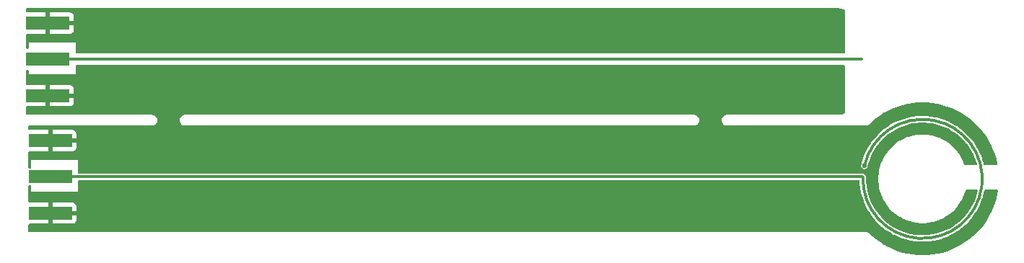
<source format=gbr>
%TF.GenerationSoftware,KiCad,Pcbnew,9.0.0*%
%TF.CreationDate,2025-03-22T15:43:37+01:00*%
%TF.ProjectId,Near-Field Probes,4e656172-2d46-4696-956c-642050726f62,1.0*%
%TF.SameCoordinates,Original*%
%TF.FileFunction,Copper,L1,Top*%
%TF.FilePolarity,Positive*%
%FSLAX46Y46*%
G04 Gerber Fmt 4.6, Leading zero omitted, Abs format (unit mm)*
G04 Created by KiCad (PCBNEW 9.0.0) date 2025-03-22 15:43:37*
%MOMM*%
%LPD*%
G01*
G04 APERTURE LIST*
%TA.AperFunction,Conductor*%
%ADD10C,0.355542*%
%TD*%
%TA.AperFunction,SMDPad,CuDef*%
%ADD11R,5.080000X1.500000*%
%TD*%
%TA.AperFunction,ViaPad*%
%ADD12C,0.600000*%
%TD*%
G04 APERTURE END LIST*
D10*
%TO.N,/E_SIGNAL*%
X148247422Y-115360598D02*
G75*
G02*
X148082930Y-116650000I6831478J-1526702D01*
G01*
%TD*%
D11*
%TO.P,J2,1,In*%
%TO.N,/E_SIGNAL*%
X52762500Y-116650000D03*
%TO.P,J2,2,Ext*%
%TO.N,GND*%
X52762500Y-120900000D03*
X52762500Y-112400000D03*
%TD*%
%TO.P,J1,1,In*%
%TO.N,/E_SIGNAL*%
X52462500Y-102850000D03*
%TO.P,J1,2,Ext*%
%TO.N,GND*%
X52462500Y-107100000D03*
X52462500Y-98600000D03*
%TD*%
D12*
%TO.N,GND*%
X108000000Y-118000000D03*
X149870173Y-122701820D03*
X159244453Y-112350197D03*
X61700000Y-104200000D03*
X78700000Y-104200000D03*
X153918912Y-109167588D03*
X83700000Y-101600000D03*
X160241916Y-113528669D03*
X104000000Y-115400000D03*
X78000000Y-115400000D03*
X82700000Y-101600000D03*
X152376416Y-124210967D03*
X114000000Y-115400000D03*
X150812307Y-112445080D03*
X132000000Y-118000000D03*
X155009596Y-110728377D03*
X125000000Y-118000000D03*
X69000000Y-118000000D03*
X99000000Y-118000000D03*
X160681168Y-119446934D03*
X98000000Y-115400000D03*
X150913347Y-121424403D03*
X102700000Y-104200000D03*
X57000000Y-115400000D03*
X104000000Y-118000000D03*
X60000000Y-115400000D03*
X62700000Y-101600000D03*
X74700000Y-104200000D03*
X88000000Y-118000000D03*
X95000000Y-115400000D03*
X100000000Y-115400000D03*
X140000000Y-115400000D03*
X105000000Y-115400000D03*
X160622152Y-114202250D03*
X135000000Y-115400000D03*
X148936482Y-117343189D03*
X159814416Y-123093304D03*
X85000000Y-115400000D03*
X77700000Y-101600000D03*
X137000000Y-115400000D03*
X122700000Y-101600000D03*
X105700000Y-104200000D03*
X148391357Y-112860361D03*
X63000000Y-115400000D03*
X103000000Y-118000000D03*
X144000000Y-118000000D03*
X94700000Y-101600000D03*
X140000000Y-118000000D03*
X117700000Y-101600000D03*
X104700000Y-104200000D03*
X125700000Y-104200000D03*
X95700000Y-104200000D03*
X160287639Y-111072780D03*
X58000000Y-118000000D03*
X111700000Y-101600000D03*
X66000000Y-115400000D03*
X106700000Y-104200000D03*
X136700000Y-104200000D03*
X123000000Y-115400000D03*
X67000000Y-118000000D03*
X160975319Y-111771456D03*
X91700000Y-104200000D03*
X70000000Y-118000000D03*
X123700000Y-104200000D03*
X57700000Y-104200000D03*
X147000000Y-115400000D03*
X105000000Y-118000000D03*
X108700000Y-104200000D03*
X161570009Y-112550813D03*
X142700000Y-101600000D03*
X111700000Y-104200000D03*
X158642956Y-111863891D03*
X147000000Y-118000000D03*
X70700000Y-104200000D03*
X89000000Y-115400000D03*
X149841614Y-113645699D03*
X131000000Y-118000000D03*
X128000000Y-118000000D03*
X78700000Y-101600000D03*
X98700000Y-101600000D03*
X102700000Y-101600000D03*
X151514844Y-121910709D03*
X162062331Y-113398558D03*
X101000000Y-115400000D03*
X148095481Y-120376042D03*
X86000000Y-118000000D03*
X147713292Y-119473277D03*
X144700000Y-104200000D03*
X117000000Y-118000000D03*
X65000000Y-118000000D03*
X130700000Y-104200000D03*
X131287500Y-110000000D03*
X117700000Y-104200000D03*
X74000000Y-115400000D03*
X155262216Y-124691526D03*
X156543435Y-110904636D03*
X72700000Y-101600000D03*
X129000000Y-115400000D03*
X75700000Y-101600000D03*
X63000000Y-118000000D03*
X123700000Y-101600000D03*
X143000000Y-118000000D03*
X158677985Y-109960094D03*
X114700000Y-104200000D03*
X143700000Y-101600000D03*
X63700000Y-104200000D03*
X110000000Y-115400000D03*
X108700000Y-101600000D03*
X107000000Y-118000000D03*
X136700000Y-101600000D03*
X131700000Y-104200000D03*
X87000000Y-118000000D03*
X152172548Y-122317793D03*
X158106715Y-122251018D03*
X141700000Y-101600000D03*
X93700000Y-101600000D03*
X122000000Y-115400000D03*
X121000000Y-115400000D03*
X58000000Y-115400000D03*
X122700000Y-104200000D03*
X126700000Y-101600000D03*
X81700000Y-101600000D03*
X91000000Y-118000000D03*
X160957800Y-118724600D03*
X92700000Y-101600000D03*
X98000000Y-118000000D03*
X151158555Y-110136715D03*
X114700000Y-101600000D03*
X65700000Y-104200000D03*
X138000000Y-118000000D03*
X161209012Y-121720658D03*
X148587803Y-121223787D03*
X118000000Y-118000000D03*
X159868608Y-120759746D03*
X66300000Y-110000000D03*
X86700000Y-101600000D03*
X133000000Y-118000000D03*
X119000000Y-118000000D03*
X85700000Y-101600000D03*
X130000000Y-118000000D03*
X78000000Y-118000000D03*
X124700000Y-104200000D03*
X150377544Y-120866545D03*
X73700000Y-101600000D03*
X134000000Y-115400000D03*
X64000000Y-115400000D03*
X120000000Y-115400000D03*
X126000000Y-115400000D03*
X157410588Y-122588209D03*
X64700000Y-101600000D03*
X59700000Y-104200000D03*
X141700000Y-104200000D03*
X162557812Y-119124600D03*
X81000000Y-115400000D03*
X79700000Y-101600000D03*
X89700000Y-104200000D03*
X153480112Y-110939106D03*
X82700000Y-104200000D03*
X66000000Y-118000000D03*
X81000000Y-118000000D03*
X162218431Y-120044314D03*
X125700000Y-101600000D03*
X112000000Y-115400000D03*
X67000000Y-110000000D03*
X96000000Y-115400000D03*
X103000000Y-115400000D03*
X116000000Y-115400000D03*
X113700000Y-101600000D03*
X90700000Y-104200000D03*
X65700000Y-101600000D03*
X56700000Y-101600000D03*
X85700000Y-104200000D03*
X142700000Y-104200000D03*
X102000000Y-118000000D03*
X124700000Y-101600000D03*
X120700000Y-104200000D03*
X105700000Y-101600000D03*
X151402708Y-111945362D03*
X118700000Y-101600000D03*
X129887500Y-110000000D03*
X112700000Y-104200000D03*
X115000000Y-115400000D03*
X128000000Y-115400000D03*
X106000000Y-118000000D03*
X81700000Y-104200000D03*
X60700000Y-104200000D03*
X73000000Y-115400000D03*
X108000000Y-115400000D03*
X94000000Y-118000000D03*
X157985252Y-111456807D03*
X83700000Y-104200000D03*
X90700000Y-101600000D03*
X95700000Y-101600000D03*
X158999257Y-123637885D03*
X130700000Y-101600000D03*
X154282642Y-124652962D03*
X95000000Y-118000000D03*
X97700000Y-101600000D03*
X67000000Y-115400000D03*
X68000000Y-115400000D03*
X135000000Y-118000000D03*
X133700000Y-101600000D03*
X99000000Y-115400000D03*
X69700000Y-104200000D03*
X152051085Y-111523582D03*
X86000000Y-115400000D03*
X131000000Y-115400000D03*
X130000000Y-115400000D03*
X162444520Y-114301323D03*
X135700000Y-104200000D03*
X76000000Y-115400000D03*
X127000000Y-118000000D03*
X155875170Y-109121638D03*
X152876086Y-122639234D03*
X156842187Y-109282671D03*
X155148204Y-123046223D03*
X149476632Y-114327666D03*
X146000000Y-118000000D03*
X91000000Y-115400000D03*
X88700000Y-101600000D03*
X128700000Y-104200000D03*
X142000000Y-115400000D03*
X138000000Y-115400000D03*
X154375740Y-123006344D03*
X71000000Y-115400000D03*
X127000000Y-115400000D03*
X84000000Y-115400000D03*
X121000000Y-118000000D03*
X123000000Y-118000000D03*
X61700000Y-101600000D03*
X62000000Y-118000000D03*
X83000000Y-118000000D03*
X119700000Y-104200000D03*
X109000000Y-115400000D03*
X75000000Y-115400000D03*
X158755092Y-121829238D03*
X157281714Y-111135366D03*
X152960523Y-109373846D03*
X129000000Y-118000000D03*
X102000000Y-115400000D03*
X133700000Y-104200000D03*
X152747212Y-111186391D03*
X65600000Y-110000000D03*
X107700000Y-104200000D03*
X60000000Y-118000000D03*
X75000000Y-118000000D03*
X87700000Y-104200000D03*
X144700000Y-101600000D03*
X69700000Y-101600000D03*
X83000000Y-115400000D03*
X99700000Y-101600000D03*
X160914968Y-114918176D03*
X73000000Y-118000000D03*
X100700000Y-101600000D03*
X67700000Y-101600000D03*
X144000000Y-115400000D03*
X79000000Y-115400000D03*
X143700000Y-104200000D03*
X94000000Y-115400000D03*
X64000000Y-118000000D03*
X157781396Y-109563633D03*
X76000000Y-118000000D03*
X159345493Y-121329520D03*
X97000000Y-118000000D03*
X88700000Y-104200000D03*
X115700000Y-101600000D03*
X128700000Y-101600000D03*
X115700000Y-104200000D03*
X121700000Y-104200000D03*
X63700000Y-101600000D03*
X150343396Y-110681296D03*
X77000000Y-118000000D03*
X66700000Y-101600000D03*
X141000000Y-118000000D03*
X135700000Y-101600000D03*
X109700000Y-104200000D03*
X125000000Y-115400000D03*
X94700000Y-104200000D03*
X112700000Y-101600000D03*
X68700000Y-101600000D03*
X150639998Y-123308799D03*
X96000000Y-118000000D03*
X120700000Y-101600000D03*
X116700000Y-101600000D03*
X133000000Y-115400000D03*
X149042055Y-118109443D03*
X147600000Y-114650000D03*
X87000000Y-115400000D03*
X86700000Y-104200000D03*
X110000000Y-118000000D03*
X70000000Y-115400000D03*
X101000000Y-118000000D03*
X71700000Y-104200000D03*
X67700000Y-110000000D03*
X145000000Y-118000000D03*
X57700000Y-101600000D03*
X129187500Y-110000000D03*
X127700000Y-101600000D03*
X65000000Y-115400000D03*
X106700000Y-101600000D03*
X132000000Y-115400000D03*
X129700000Y-101600000D03*
X107000000Y-115400000D03*
X118000000Y-115400000D03*
X110700000Y-101600000D03*
X98700000Y-104200000D03*
X74000000Y-118000000D03*
X101700000Y-101600000D03*
X96700000Y-101600000D03*
X61000000Y-115400000D03*
X149535648Y-119572350D03*
X56700000Y-104200000D03*
X110700000Y-104200000D03*
X72000000Y-115400000D03*
X80700000Y-104200000D03*
X80700000Y-101600000D03*
X131700000Y-101600000D03*
X148948800Y-112053942D03*
X71000000Y-118000000D03*
X116000000Y-118000000D03*
X119000000Y-115400000D03*
X57000000Y-118000000D03*
X143000000Y-115400000D03*
X158122271Y-124076005D03*
X136000000Y-118000000D03*
X156677688Y-122835494D03*
X87700000Y-101600000D03*
X100000000Y-118000000D03*
X72000000Y-118000000D03*
X84000000Y-118000000D03*
X149242832Y-118856424D03*
X114000000Y-118000000D03*
X117000000Y-115400000D03*
X149016082Y-115801309D03*
X148247422Y-115360601D03*
X159517814Y-110465801D03*
X103700000Y-101600000D03*
X76700000Y-104200000D03*
X137000000Y-118000000D03*
X154895596Y-109083074D03*
X67700000Y-104200000D03*
X76700000Y-101600000D03*
X149915884Y-120245931D03*
X139000000Y-115400000D03*
X145000000Y-115400000D03*
X138700000Y-104200000D03*
X111000000Y-115400000D03*
X75700000Y-104200000D03*
X59000000Y-118000000D03*
X139000000Y-118000000D03*
X122000000Y-118000000D03*
X92000000Y-115400000D03*
X139700000Y-101600000D03*
X152035541Y-109698595D03*
X60700000Y-101600000D03*
X91700000Y-101600000D03*
X112000000Y-118000000D03*
X92000000Y-118000000D03*
X154238225Y-110785628D03*
X74700000Y-101600000D03*
X115000000Y-118000000D03*
X159780256Y-112908055D03*
X126000000Y-118000000D03*
X124000000Y-118000000D03*
X137700000Y-104200000D03*
X132700000Y-104200000D03*
X149182493Y-122003144D03*
X118700000Y-104200000D03*
X109000000Y-118000000D03*
X149602918Y-111323749D03*
X109700000Y-101600000D03*
X160554894Y-122450851D03*
X99700000Y-104200000D03*
X134000000Y-118000000D03*
X129700000Y-104200000D03*
X79700000Y-104200000D03*
X147939381Y-113730286D03*
X100700000Y-104200000D03*
X101700000Y-104200000D03*
X140700000Y-101600000D03*
X77000000Y-115400000D03*
X126700000Y-104200000D03*
X113700000Y-104200000D03*
X80000000Y-115400000D03*
X149200000Y-115050000D03*
X82000000Y-115400000D03*
X97700000Y-104200000D03*
X120000000Y-118000000D03*
X58700000Y-104200000D03*
X84700000Y-101600000D03*
X103700000Y-104200000D03*
X151479827Y-123814506D03*
X148927779Y-116569745D03*
X90000000Y-115400000D03*
X62700000Y-104200000D03*
X132700000Y-101600000D03*
X62000000Y-115400000D03*
X130587500Y-110000000D03*
X119700000Y-101600000D03*
X139700000Y-104200000D03*
X134700000Y-104200000D03*
X161766455Y-120914239D03*
X89000000Y-118000000D03*
X79000000Y-118000000D03*
X66700000Y-104200000D03*
X93000000Y-118000000D03*
X155782060Y-110768256D03*
X116700000Y-104200000D03*
X88000000Y-115400000D03*
X59700000Y-101600000D03*
X142000000Y-118000000D03*
X127700000Y-104200000D03*
X82000000Y-118000000D03*
X93000000Y-115400000D03*
X58700000Y-101600000D03*
X71700000Y-101600000D03*
X72700000Y-104200000D03*
X68700000Y-104200000D03*
X92700000Y-104200000D03*
X138700000Y-101600000D03*
X136000000Y-115400000D03*
X121700000Y-101600000D03*
X140700000Y-104200000D03*
X96700000Y-104200000D03*
X68000000Y-118000000D03*
X111000000Y-118000000D03*
X89700000Y-101600000D03*
X80000000Y-118000000D03*
X106000000Y-115400000D03*
X97000000Y-115400000D03*
X153315625Y-124491929D03*
X155919575Y-122988972D03*
X84700000Y-104200000D03*
X137700000Y-101600000D03*
X157197289Y-124400754D03*
X107700000Y-101600000D03*
X156238900Y-124607012D03*
X134700000Y-101600000D03*
X150289192Y-113014854D03*
X141000000Y-115400000D03*
X61000000Y-118000000D03*
X85000000Y-118000000D03*
X113000000Y-115400000D03*
X124000000Y-115400000D03*
X73700000Y-104200000D03*
X90000000Y-118000000D03*
X59000000Y-115400000D03*
X93700000Y-104200000D03*
X64700000Y-104200000D03*
X77700000Y-104200000D03*
X146000000Y-115400000D03*
X113000000Y-118000000D03*
X70700000Y-101600000D03*
X104700000Y-101600000D03*
X160316186Y-120128901D03*
X69000000Y-115400000D03*
X153614365Y-122869964D03*
%TD*%
D10*
%TO.N,/E_SIGNAL*%
X52462500Y-102850000D02*
X147950000Y-102850000D01*
X52762500Y-116650000D02*
X148000000Y-116650000D01*
%TD*%
%TA.AperFunction,Conductor*%
%TO.N,GND*%
G36*
X145893039Y-103547956D02*
G01*
X145938794Y-103600760D01*
X145950000Y-103652271D01*
X145950000Y-109107476D01*
X145930315Y-109174515D01*
X145877511Y-109220270D01*
X145852865Y-109228531D01*
X145531530Y-109299843D01*
X145520866Y-109301725D01*
X145116083Y-109355069D01*
X145105296Y-109356014D01*
X144883668Y-109365699D01*
X144694137Y-109373982D01*
X144689917Y-109374094D01*
X144689281Y-109374100D01*
X144652096Y-109374100D01*
X144651228Y-109374459D01*
X144638623Y-109374578D01*
X144638337Y-109374497D01*
X144637452Y-109374584D01*
X132139975Y-109374500D01*
X132139883Y-109374500D01*
X132139882Y-109374500D01*
X132100000Y-109374500D01*
X132025568Y-109374500D01*
X131989943Y-109383280D01*
X131881032Y-109410125D01*
X131749220Y-109479305D01*
X131637792Y-109578020D01*
X131553230Y-109700530D01*
X131500440Y-109839722D01*
X131482498Y-109987500D01*
X131500440Y-110135277D01*
X131553230Y-110274469D01*
X131561484Y-110286427D01*
X131637793Y-110396980D01*
X131749219Y-110495694D01*
X131881031Y-110564874D01*
X132025568Y-110600500D01*
X132025569Y-110600500D01*
X132060118Y-110600500D01*
X145950000Y-110600500D01*
X145950000Y-111600000D01*
X55802267Y-111600000D01*
X55796098Y-111542627D01*
X55796096Y-111542620D01*
X55745854Y-111407913D01*
X55745850Y-111407906D01*
X55659690Y-111292812D01*
X55659687Y-111292809D01*
X55544593Y-111206649D01*
X55544586Y-111206645D01*
X55409879Y-111156403D01*
X55409872Y-111156401D01*
X55350344Y-111150000D01*
X53012500Y-111150000D01*
X53012500Y-111600000D01*
X52512500Y-111600000D01*
X52512500Y-111150000D01*
X50299100Y-111150000D01*
X50232061Y-111130315D01*
X50186306Y-111077511D01*
X50175100Y-111026000D01*
X50175100Y-110724500D01*
X50194785Y-110657461D01*
X50247589Y-110611706D01*
X50299100Y-110600500D01*
X64647618Y-110600500D01*
X64687500Y-110600500D01*
X64696930Y-110600500D01*
X64761224Y-110600575D01*
X64761224Y-110600574D01*
X64761228Y-110600575D01*
X64904481Y-110565621D01*
X65035365Y-110497704D01*
X65146418Y-110400697D01*
X65231310Y-110280129D01*
X65285202Y-110142874D01*
X65305021Y-109996757D01*
X65304050Y-109987500D01*
X67894998Y-109987500D01*
X67912940Y-110135277D01*
X67965730Y-110274469D01*
X67973984Y-110286427D01*
X68050293Y-110396980D01*
X68161719Y-110495694D01*
X68293531Y-110564874D01*
X68438068Y-110600500D01*
X68472618Y-110600500D01*
X128235118Y-110600500D01*
X128275000Y-110600500D01*
X128284430Y-110600500D01*
X128348724Y-110600575D01*
X128348724Y-110600574D01*
X128348728Y-110600575D01*
X128491981Y-110565621D01*
X128622865Y-110497704D01*
X128733918Y-110400697D01*
X128818810Y-110280129D01*
X128872702Y-110142874D01*
X128892521Y-109996757D01*
X128877138Y-109850105D01*
X128827429Y-109711281D01*
X128746229Y-109588197D01*
X128638165Y-109487869D01*
X128509399Y-109416018D01*
X128488075Y-109410125D01*
X128367273Y-109376740D01*
X128367263Y-109376739D01*
X128344097Y-109376064D01*
X128344088Y-109376064D01*
X128343490Y-109376046D01*
X128330161Y-109375656D01*
X128327368Y-109374500D01*
X128290601Y-109374500D01*
X128288789Y-109374447D01*
X128288782Y-109374444D01*
X128288657Y-109374443D01*
X128251099Y-109373304D01*
X128236734Y-109374500D01*
X68552382Y-109374500D01*
X68512500Y-109374500D01*
X68438068Y-109374500D01*
X68402443Y-109383280D01*
X68293532Y-109410125D01*
X68161720Y-109479305D01*
X68050292Y-109578020D01*
X67965730Y-109700530D01*
X67912940Y-109839722D01*
X67894998Y-109987500D01*
X65304050Y-109987500D01*
X65289638Y-109850105D01*
X65239929Y-109711281D01*
X65158729Y-109588197D01*
X65050665Y-109487869D01*
X64921899Y-109416018D01*
X64900575Y-109410125D01*
X64779772Y-109376740D01*
X64779764Y-109376739D01*
X64756619Y-109376065D01*
X64756612Y-109376065D01*
X64754694Y-109376009D01*
X64742678Y-109375657D01*
X64739887Y-109374501D01*
X64703101Y-109374500D01*
X64701289Y-109374447D01*
X64701282Y-109374444D01*
X64701157Y-109374443D01*
X64663601Y-109373304D01*
X64649245Y-109374497D01*
X49999097Y-109374108D01*
X49932058Y-109354422D01*
X49886304Y-109301616D01*
X49875100Y-109250108D01*
X49875100Y-108474000D01*
X49894785Y-108406961D01*
X49947589Y-108361206D01*
X49999100Y-108350000D01*
X52212500Y-108350000D01*
X52712500Y-108350000D01*
X55050328Y-108350000D01*
X55050344Y-108349999D01*
X55109872Y-108343598D01*
X55109879Y-108343596D01*
X55244586Y-108293354D01*
X55244593Y-108293350D01*
X55359687Y-108207190D01*
X55359690Y-108207187D01*
X55445850Y-108092093D01*
X55445854Y-108092086D01*
X55496096Y-107957379D01*
X55496098Y-107957372D01*
X55502499Y-107897844D01*
X55502500Y-107897827D01*
X55502500Y-107350000D01*
X52712500Y-107350000D01*
X52712500Y-108350000D01*
X52212500Y-108350000D01*
X52212500Y-106850000D01*
X52712500Y-106850000D01*
X55502500Y-106850000D01*
X55502500Y-106302172D01*
X55502499Y-106302155D01*
X55496098Y-106242627D01*
X55496096Y-106242620D01*
X55445854Y-106107913D01*
X55445850Y-106107906D01*
X55359690Y-105992812D01*
X55359687Y-105992809D01*
X55244593Y-105906649D01*
X55244586Y-105906645D01*
X55109879Y-105856403D01*
X55109872Y-105856401D01*
X55050344Y-105850000D01*
X52712500Y-105850000D01*
X52712500Y-106850000D01*
X52212500Y-106850000D01*
X52212500Y-105850000D01*
X49999100Y-105850000D01*
X49932061Y-105830315D01*
X49886306Y-105777511D01*
X49875100Y-105726000D01*
X49875100Y-104224499D01*
X49877650Y-104215813D01*
X49876362Y-104206852D01*
X49887340Y-104182811D01*
X49894785Y-104157460D01*
X49901625Y-104151532D01*
X49905387Y-104143296D01*
X49927621Y-104129006D01*
X49947589Y-104111705D01*
X49958103Y-104109417D01*
X49964165Y-104105522D01*
X49999100Y-104100499D01*
X50076000Y-104100499D01*
X50143039Y-104120184D01*
X50188794Y-104172988D01*
X50200000Y-104224499D01*
X50200000Y-104600000D01*
X55700000Y-104600000D01*
X55700000Y-103652271D01*
X55719685Y-103585232D01*
X55772489Y-103539477D01*
X55824000Y-103528271D01*
X145826000Y-103528271D01*
X145893039Y-103547956D01*
G37*
%TD.AperFunction*%
%TA.AperFunction,Conductor*%
G36*
X144689951Y-96800617D02*
G01*
X145100821Y-96818582D01*
X145111607Y-96819527D01*
X145516652Y-96872937D01*
X145527301Y-96874818D01*
X145852882Y-96947116D01*
X145914059Y-96980865D01*
X145947279Y-97042332D01*
X145950000Y-97068167D01*
X145950000Y-102047729D01*
X145930315Y-102114768D01*
X145877511Y-102160523D01*
X145826000Y-102171729D01*
X55824000Y-102171729D01*
X55756961Y-102152044D01*
X55711206Y-102099240D01*
X55700000Y-102047729D01*
X55700000Y-100850000D01*
X50200000Y-100850000D01*
X50200000Y-101475500D01*
X50197449Y-101484185D01*
X50198738Y-101493147D01*
X50187759Y-101517187D01*
X50180315Y-101542539D01*
X50173474Y-101548466D01*
X50169713Y-101556703D01*
X50147478Y-101570992D01*
X50127511Y-101588294D01*
X50116996Y-101590581D01*
X50110935Y-101594477D01*
X50076000Y-101599500D01*
X49999100Y-101599500D01*
X49932061Y-101579815D01*
X49886306Y-101527011D01*
X49875100Y-101475500D01*
X49875100Y-99974000D01*
X49894785Y-99906961D01*
X49947589Y-99861206D01*
X49999100Y-99850000D01*
X52212500Y-99850000D01*
X52712500Y-99850000D01*
X55050328Y-99850000D01*
X55050344Y-99849999D01*
X55109872Y-99843598D01*
X55109879Y-99843596D01*
X55244586Y-99793354D01*
X55244593Y-99793350D01*
X55359687Y-99707190D01*
X55359690Y-99707187D01*
X55445850Y-99592093D01*
X55445854Y-99592086D01*
X55496096Y-99457379D01*
X55496098Y-99457372D01*
X55502499Y-99397844D01*
X55502500Y-99397827D01*
X55502500Y-98850000D01*
X52712500Y-98850000D01*
X52712500Y-99850000D01*
X52212500Y-99850000D01*
X52212500Y-98350000D01*
X52712500Y-98350000D01*
X55502500Y-98350000D01*
X55502500Y-97802172D01*
X55502499Y-97802155D01*
X55496098Y-97742627D01*
X55496096Y-97742620D01*
X55445854Y-97607913D01*
X55445850Y-97607906D01*
X55359690Y-97492812D01*
X55359687Y-97492809D01*
X55244593Y-97406649D01*
X55244586Y-97406645D01*
X55109879Y-97356403D01*
X55109872Y-97356401D01*
X55050344Y-97350000D01*
X52712500Y-97350000D01*
X52712500Y-98350000D01*
X52212500Y-98350000D01*
X52212500Y-97350000D01*
X49999100Y-97350000D01*
X49932061Y-97330315D01*
X49886306Y-97277511D01*
X49875100Y-97226000D01*
X49875100Y-96924500D01*
X49894785Y-96857461D01*
X49947589Y-96811706D01*
X49999100Y-96800500D01*
X144647371Y-96800500D01*
X144684536Y-96800500D01*
X144689951Y-96800617D01*
G37*
%TD.AperFunction*%
%TD*%
%TA.AperFunction,Conductor*%
%TO.N,GND*%
G36*
X147648363Y-117047956D02*
G01*
X147694118Y-117100760D01*
X147697226Y-117113827D01*
X147782697Y-123174100D01*
X50299100Y-123174100D01*
X50232061Y-123154415D01*
X50186306Y-123101611D01*
X50175100Y-123050100D01*
X50175100Y-122274000D01*
X50194785Y-122206961D01*
X50247589Y-122161206D01*
X50299100Y-122150000D01*
X52512500Y-122150000D01*
X53012500Y-122150000D01*
X55350328Y-122150000D01*
X55350344Y-122149999D01*
X55409872Y-122143598D01*
X55409879Y-122143596D01*
X55544586Y-122093354D01*
X55544593Y-122093350D01*
X55659687Y-122007190D01*
X55659690Y-122007187D01*
X55745850Y-121892093D01*
X55745854Y-121892086D01*
X55796096Y-121757379D01*
X55796098Y-121757372D01*
X55802499Y-121697844D01*
X55802500Y-121697827D01*
X55802500Y-121150000D01*
X53012500Y-121150000D01*
X53012500Y-122150000D01*
X52512500Y-122150000D01*
X52512500Y-120650000D01*
X53012500Y-120650000D01*
X55802500Y-120650000D01*
X55802500Y-120102172D01*
X55802499Y-120102155D01*
X55796098Y-120042627D01*
X55796096Y-120042620D01*
X55745854Y-119907913D01*
X55745850Y-119907906D01*
X55659690Y-119792812D01*
X55659687Y-119792809D01*
X55544593Y-119706649D01*
X55544586Y-119706645D01*
X55409879Y-119656403D01*
X55409872Y-119656401D01*
X55350344Y-119650000D01*
X53012500Y-119650000D01*
X53012500Y-120650000D01*
X52512500Y-120650000D01*
X52512500Y-119650000D01*
X50299100Y-119650000D01*
X50232061Y-119630315D01*
X50186306Y-119577511D01*
X50175100Y-119526000D01*
X50175100Y-117724500D01*
X50177650Y-117715814D01*
X50176362Y-117706853D01*
X50187340Y-117682812D01*
X50194785Y-117657461D01*
X50201625Y-117651533D01*
X50205387Y-117643297D01*
X50227621Y-117629007D01*
X50247589Y-117611706D01*
X50258103Y-117609418D01*
X50264165Y-117605523D01*
X50299100Y-117600500D01*
X50376000Y-117600500D01*
X50443039Y-117620185D01*
X50488794Y-117672989D01*
X50500000Y-117724500D01*
X50500000Y-118400000D01*
X56000000Y-118400000D01*
X56000000Y-117152271D01*
X56019685Y-117085232D01*
X56072489Y-117039477D01*
X56124000Y-117028271D01*
X147581324Y-117028271D01*
X147648363Y-117047956D01*
G37*
%TD.AperFunction*%
%TA.AperFunction,Conductor*%
G36*
X68044167Y-110388106D02*
G01*
X68050293Y-110396980D01*
X68161719Y-110495694D01*
X68293531Y-110564874D01*
X68438068Y-110600500D01*
X68472618Y-110600500D01*
X128235118Y-110600500D01*
X128275000Y-110600500D01*
X128284430Y-110600500D01*
X128348724Y-110600575D01*
X128348724Y-110600574D01*
X128348728Y-110600575D01*
X128491981Y-110565621D01*
X128622865Y-110497704D01*
X128733918Y-110400697D01*
X128742784Y-110388106D01*
X128762490Y-110360118D01*
X128787216Y-110325000D01*
X131588109Y-110325000D01*
X131631667Y-110388106D01*
X131637793Y-110396980D01*
X131749219Y-110495694D01*
X131881031Y-110564874D01*
X132025568Y-110600500D01*
X132060118Y-110600500D01*
X147605366Y-110600500D01*
X147685350Y-116271729D01*
X56124000Y-116271729D01*
X56056961Y-116252044D01*
X56011206Y-116199240D01*
X56000000Y-116147729D01*
X56000000Y-114650000D01*
X50500000Y-114650000D01*
X50500000Y-115575500D01*
X50497449Y-115584185D01*
X50498738Y-115593147D01*
X50487759Y-115617187D01*
X50480315Y-115642539D01*
X50473474Y-115648466D01*
X50469713Y-115656703D01*
X50447478Y-115670992D01*
X50427511Y-115688294D01*
X50416996Y-115690581D01*
X50410935Y-115694477D01*
X50376000Y-115699500D01*
X50299100Y-115699500D01*
X50232061Y-115679815D01*
X50186306Y-115627011D01*
X50175100Y-115575500D01*
X50175100Y-113774000D01*
X50194785Y-113706961D01*
X50247589Y-113661206D01*
X50299100Y-113650000D01*
X52512500Y-113650000D01*
X53012500Y-113650000D01*
X55350328Y-113650000D01*
X55350344Y-113649999D01*
X55409872Y-113643598D01*
X55409879Y-113643596D01*
X55544586Y-113593354D01*
X55544593Y-113593350D01*
X55659687Y-113507190D01*
X55659690Y-113507187D01*
X55745850Y-113392093D01*
X55745854Y-113392086D01*
X55796096Y-113257379D01*
X55796098Y-113257372D01*
X55802499Y-113197844D01*
X55802500Y-113197827D01*
X55802500Y-112650000D01*
X53012500Y-112650000D01*
X53012500Y-113650000D01*
X52512500Y-113650000D01*
X52512500Y-112150000D01*
X53012500Y-112150000D01*
X55802500Y-112150000D01*
X55802500Y-111602172D01*
X55802499Y-111602155D01*
X55796098Y-111542627D01*
X55796096Y-111542620D01*
X55745854Y-111407913D01*
X55745850Y-111407906D01*
X55659690Y-111292812D01*
X55659687Y-111292809D01*
X55544593Y-111206649D01*
X55544586Y-111206645D01*
X55409879Y-111156403D01*
X55409872Y-111156401D01*
X55350344Y-111150000D01*
X53012500Y-111150000D01*
X53012500Y-112150000D01*
X52512500Y-112150000D01*
X52512500Y-111150000D01*
X50299100Y-111150000D01*
X50232061Y-111130315D01*
X50186306Y-111077511D01*
X50175100Y-111026000D01*
X50175100Y-110724500D01*
X50194785Y-110657461D01*
X50247589Y-110611706D01*
X50299100Y-110600500D01*
X64647618Y-110600500D01*
X64687500Y-110600500D01*
X64696930Y-110600500D01*
X64761224Y-110600575D01*
X64761224Y-110600574D01*
X64761228Y-110600575D01*
X64904481Y-110565621D01*
X65035365Y-110497704D01*
X65146418Y-110400697D01*
X65155284Y-110388106D01*
X65174990Y-110360118D01*
X65199716Y-110325000D01*
X68000609Y-110325000D01*
X68044167Y-110388106D01*
G37*
%TD.AperFunction*%
%TD*%
%TA.AperFunction,Conductor*%
%TO.N,GND*%
G36*
X147705231Y-117147476D02*
G01*
X147716562Y-117440300D01*
X147716563Y-117440318D01*
X147776056Y-117972797D01*
X147874005Y-118499542D01*
X148009906Y-119017828D01*
X148155155Y-119443236D01*
X148183027Y-119524867D01*
X148286281Y-119767995D01*
X148346988Y-119910940D01*
X148392467Y-120018026D01*
X148637121Y-120494697D01*
X148912454Y-120947037D01*
X148915706Y-120952379D01*
X148915707Y-120952381D01*
X149226726Y-121388620D01*
X149226737Y-121388635D01*
X149568597Y-121801197D01*
X149939465Y-122187869D01*
X149939476Y-122187880D01*
X150123087Y-122353414D01*
X150337415Y-122546641D01*
X150760328Y-122875602D01*
X151205985Y-123173027D01*
X151672039Y-123437347D01*
X151820951Y-123508058D01*
X152156034Y-123667173D01*
X152655416Y-123861291D01*
X152655420Y-123861292D01*
X152655422Y-123861293D01*
X152775823Y-123898294D01*
X153120498Y-124004218D01*
X153167574Y-124018685D01*
X153689791Y-124138521D01*
X154219324Y-124220168D01*
X154219338Y-124220169D01*
X154219345Y-124220170D01*
X154753370Y-124263197D01*
X154753372Y-124263197D01*
X154753384Y-124263198D01*
X155141358Y-124266227D01*
X155289150Y-124267382D01*
X155289158Y-124267382D01*
X155289162Y-124267382D01*
X155455843Y-124256570D01*
X155823825Y-124232701D01*
X156354568Y-124159335D01*
X156878594Y-124047672D01*
X157393141Y-123898299D01*
X157393152Y-123898294D01*
X157393155Y-123898294D01*
X157520847Y-123850940D01*
X157895501Y-123712004D01*
X158383027Y-123489767D01*
X158853153Y-123232758D01*
X158859440Y-123228703D01*
X158964237Y-123161105D01*
X159303402Y-122942332D01*
X159731402Y-122620017D01*
X160134901Y-122267512D01*
X160511773Y-121886672D01*
X160860033Y-121479503D01*
X161177847Y-121048150D01*
X161463541Y-120594884D01*
X161715612Y-120122093D01*
X161932730Y-119632265D01*
X162096983Y-119174702D01*
X162113754Y-119127983D01*
X162183119Y-118879341D01*
X162257729Y-118611898D01*
X162331007Y-118249428D01*
X162363585Y-118187619D01*
X162424409Y-118153235D01*
X162452548Y-118150000D01*
X163814814Y-118150000D01*
X163881853Y-118169685D01*
X163927608Y-118222489D01*
X163937552Y-118291647D01*
X163937158Y-118294199D01*
X163881053Y-118634017D01*
X163879470Y-118641975D01*
X163747965Y-119205969D01*
X163745865Y-119213807D01*
X163577753Y-119767995D01*
X163575144Y-119775679D01*
X163371155Y-120317667D01*
X163368050Y-120325164D01*
X163129040Y-120852671D01*
X163125451Y-120859948D01*
X162852459Y-121370680D01*
X162848402Y-121377707D01*
X162542590Y-121869494D01*
X162538082Y-121876241D01*
X162200757Y-122346976D01*
X162195817Y-122353414D01*
X161828424Y-122801084D01*
X161823074Y-122807184D01*
X161427198Y-123229858D01*
X161421460Y-123235596D01*
X160998786Y-123631473D01*
X160992686Y-123636823D01*
X160545016Y-124004215D01*
X160538578Y-124009155D01*
X160067843Y-124346479D01*
X160061096Y-124350987D01*
X159569309Y-124656800D01*
X159562282Y-124660857D01*
X159051550Y-124933850D01*
X159044273Y-124937439D01*
X158516766Y-125176449D01*
X158509269Y-125179554D01*
X157967283Y-125383543D01*
X157959599Y-125386152D01*
X157405409Y-125554264D01*
X157397572Y-125556364D01*
X156833579Y-125687869D01*
X156825620Y-125689452D01*
X156254237Y-125783789D01*
X156246192Y-125784848D01*
X155669869Y-125841610D01*
X155661772Y-125842141D01*
X155082959Y-125861090D01*
X155074845Y-125861090D01*
X154496032Y-125842141D01*
X154487935Y-125841610D01*
X153911612Y-125784848D01*
X153903567Y-125783789D01*
X153332182Y-125689453D01*
X153324224Y-125687870D01*
X152760236Y-125556367D01*
X152752398Y-125554267D01*
X152198206Y-125386154D01*
X152190522Y-125383545D01*
X151648535Y-125179556D01*
X151641039Y-125176451D01*
X151113532Y-124937442D01*
X151106254Y-124933853D01*
X151106248Y-124933850D01*
X150925246Y-124837102D01*
X150595522Y-124660860D01*
X150588495Y-124656803D01*
X150096708Y-124350990D01*
X150089961Y-124346482D01*
X149619225Y-124009158D01*
X149612787Y-124004218D01*
X149165117Y-123636826D01*
X149159017Y-123631476D01*
X148734878Y-123234227D01*
X148731962Y-123231405D01*
X148705181Y-123204624D01*
X148631490Y-123174100D01*
X148631489Y-123174100D01*
X147782697Y-123174100D01*
X147697226Y-117113828D01*
X147705231Y-117147476D01*
G37*
%TD.AperFunction*%
%TA.AperFunction,Conductor*%
G36*
X155661781Y-107932458D02*
G01*
X155669859Y-107932988D01*
X156246216Y-107989754D01*
X156254214Y-107990807D01*
X156825628Y-108085148D01*
X156833571Y-108086728D01*
X157397586Y-108218238D01*
X157405394Y-108220331D01*
X157959605Y-108388449D01*
X157967276Y-108391053D01*
X158268410Y-108504392D01*
X158509269Y-108595045D01*
X158516766Y-108598150D01*
X159044290Y-108837168D01*
X159051533Y-108840740D01*
X159505463Y-109083371D01*
X159562282Y-109113742D01*
X159569309Y-109117799D01*
X160061096Y-109423612D01*
X160067843Y-109428120D01*
X160538578Y-109765444D01*
X160545016Y-109770384D01*
X160992686Y-110137776D01*
X160998783Y-110143123D01*
X161421473Y-110539016D01*
X161427185Y-110544728D01*
X161776587Y-110917781D01*
X161823074Y-110967415D01*
X161828424Y-110973515D01*
X162182615Y-111405099D01*
X162195817Y-111421185D01*
X162200753Y-111427618D01*
X162471351Y-111805236D01*
X162538082Y-111898358D01*
X162542590Y-111905105D01*
X162848402Y-112396892D01*
X162852459Y-112403919D01*
X163125451Y-112914651D01*
X163129037Y-112921923D01*
X163186814Y-113049439D01*
X163368050Y-113449435D01*
X163371155Y-113456932D01*
X163575144Y-113998920D01*
X163577753Y-114006604D01*
X163745865Y-114560792D01*
X163747965Y-114568629D01*
X163867698Y-115082135D01*
X163871361Y-115097842D01*
X163867414Y-115167600D01*
X163826379Y-115224151D01*
X163761285Y-115249539D01*
X163750600Y-115250000D01*
X162371438Y-115250000D01*
X162304399Y-115230315D01*
X162258644Y-115177511D01*
X162250877Y-115154999D01*
X162201625Y-114950236D01*
X162189875Y-114901385D01*
X162056704Y-114483682D01*
X162027129Y-114390916D01*
X162027123Y-114390900D01*
X161871696Y-114003129D01*
X161827788Y-113893583D01*
X161592905Y-113412021D01*
X161323717Y-112948762D01*
X161021642Y-112506244D01*
X160688269Y-112086799D01*
X160325355Y-111692636D01*
X160325348Y-111692629D01*
X160325344Y-111692625D01*
X159934819Y-111325837D01*
X159934815Y-111325834D01*
X159934811Y-111325830D01*
X159518694Y-110988312D01*
X159518691Y-110988310D01*
X159518685Y-110988305D01*
X159079197Y-110681863D01*
X158890970Y-110569977D01*
X158618629Y-110408091D01*
X158139421Y-110168443D01*
X157746900Y-110006574D01*
X157644098Y-109964180D01*
X157644085Y-109964175D01*
X157238923Y-109830562D01*
X157135260Y-109796376D01*
X157135256Y-109796375D01*
X157135253Y-109796374D01*
X156615593Y-109665915D01*
X156615587Y-109665914D01*
X156087844Y-109573487D01*
X156087843Y-109573486D01*
X156087838Y-109573486D01*
X155640386Y-109528234D01*
X155554767Y-109519575D01*
X155500007Y-109518030D01*
X155019189Y-109504464D01*
X155019185Y-109504464D01*
X155019180Y-109504464D01*
X154483932Y-109528234D01*
X153951791Y-109590762D01*
X153425606Y-109691715D01*
X153425601Y-109691716D01*
X152908121Y-109830562D01*
X152402064Y-110006574D01*
X151910107Y-110218823D01*
X151434836Y-110466191D01*
X151434826Y-110466197D01*
X150978769Y-110747368D01*
X150978749Y-110747381D01*
X150544297Y-111060877D01*
X150544267Y-111060900D01*
X150133670Y-111405098D01*
X150133666Y-111405102D01*
X149749116Y-111778167D01*
X149749096Y-111778189D01*
X149392621Y-112178152D01*
X149066075Y-112602936D01*
X149066073Y-112602939D01*
X148994002Y-112712275D01*
X148771196Y-113050284D01*
X148731639Y-113120968D01*
X148509526Y-113517855D01*
X148282482Y-114003112D01*
X148282475Y-114003129D01*
X148091204Y-114503619D01*
X147936733Y-115016664D01*
X147887760Y-115235612D01*
X147887746Y-115235635D01*
X147878257Y-115278097D01*
X147868446Y-115322000D01*
X147866395Y-115331176D01*
X147866394Y-115331179D01*
X147873539Y-115439710D01*
X147873540Y-115439715D01*
X147910974Y-115541842D01*
X147910975Y-115541844D01*
X147975663Y-115629288D01*
X147975664Y-115629289D01*
X147975666Y-115629291D01*
X148062373Y-115694969D01*
X148164073Y-115733559D01*
X148264148Y-115741287D01*
X148272523Y-115741934D01*
X148272523Y-115741933D01*
X148272524Y-115741934D01*
X148378942Y-115719415D01*
X148474705Y-115667827D01*
X148552055Y-115591349D01*
X148604725Y-115496177D01*
X148616071Y-115445405D01*
X148617190Y-115440816D01*
X148745956Y-114953751D01*
X148748747Y-114944633D01*
X148913892Y-114471213D01*
X148917388Y-114462315D01*
X149118537Y-114003054D01*
X149122698Y-113994473D01*
X149358660Y-113552087D01*
X149363469Y-113543852D01*
X149632848Y-113120961D01*
X149638292Y-113113103D01*
X149640560Y-113110085D01*
X149939461Y-112712261D01*
X149945476Y-112704867D01*
X150276661Y-112328431D01*
X150283251Y-112321500D01*
X150336135Y-112270006D01*
X150642467Y-111971727D01*
X150649555Y-111965339D01*
X151034680Y-111644298D01*
X151042255Y-111638464D01*
X151450975Y-111348080D01*
X151458955Y-111342862D01*
X151888865Y-111084847D01*
X151897252Y-111080245D01*
X152081265Y-110988305D01*
X152345749Y-110856158D01*
X152354448Y-110852223D01*
X152818912Y-110663374D01*
X152827889Y-110660122D01*
X153305533Y-110507647D01*
X153314709Y-110505104D01*
X153802717Y-110389903D01*
X153812058Y-110388076D01*
X154307468Y-110310851D01*
X154316942Y-110309746D01*
X154816834Y-110270948D01*
X154826360Y-110270577D01*
X155327745Y-110270438D01*
X155337289Y-110270803D01*
X155837206Y-110309324D01*
X155846680Y-110310424D01*
X156270619Y-110376267D01*
X156342111Y-110387371D01*
X156351502Y-110389203D01*
X156839525Y-110504121D01*
X156848746Y-110506672D01*
X157047431Y-110569975D01*
X157326444Y-110658871D01*
X157335433Y-110662122D01*
X157545425Y-110747368D01*
X157799983Y-110850705D01*
X157808703Y-110854643D01*
X158222090Y-111060900D01*
X158257331Y-111078483D01*
X158265721Y-111083082D01*
X158670702Y-111325830D01*
X158695744Y-111340840D01*
X158703755Y-111346072D01*
X158814024Y-111424323D01*
X159112632Y-111636225D01*
X159120211Y-111642056D01*
X159316184Y-111805235D01*
X159505503Y-111962874D01*
X159512614Y-111969276D01*
X159872008Y-112318833D01*
X159878604Y-112325763D01*
X160122735Y-112602939D01*
X160209984Y-112701997D01*
X160216026Y-112709414D01*
X160252223Y-112757536D01*
X160517413Y-113110085D01*
X160522865Y-113117947D01*
X160792460Y-113540658D01*
X160797290Y-113548918D01*
X161033485Y-113991151D01*
X161037664Y-113999758D01*
X161239067Y-114458903D01*
X161242569Y-114467807D01*
X161407963Y-114941089D01*
X161410769Y-114950236D01*
X161448925Y-115094240D01*
X161447067Y-115164085D01*
X161407744Y-115221838D01*
X161343439Y-115249164D01*
X161329061Y-115250000D01*
X160104060Y-115250000D01*
X160037021Y-115230315D01*
X159991266Y-115177511D01*
X159987538Y-115168411D01*
X159975950Y-115136575D01*
X159888118Y-114895259D01*
X159732154Y-114560792D01*
X159696204Y-114483697D01*
X159696196Y-114483682D01*
X159642628Y-114390900D01*
X159469141Y-114090412D01*
X159469133Y-114090401D01*
X159469129Y-114090394D01*
X159208669Y-113718418D01*
X158982965Y-113449435D01*
X158916769Y-113370546D01*
X158595660Y-113049437D01*
X158439301Y-112918236D01*
X158247787Y-112757536D01*
X157875811Y-112497076D01*
X157875800Y-112497069D01*
X157875794Y-112497065D01*
X157702290Y-112396892D01*
X157482523Y-112270009D01*
X157482508Y-112270001D01*
X157070956Y-112078092D01*
X157070954Y-112078091D01*
X157070947Y-112078088D01*
X156644216Y-111922770D01*
X156644215Y-111922769D01*
X156644205Y-111922766D01*
X156205579Y-111805238D01*
X156205582Y-111805238D01*
X156205572Y-111805236D01*
X156052057Y-111778167D01*
X155758356Y-111726379D01*
X155305968Y-111686800D01*
X155305965Y-111686800D01*
X154851847Y-111686800D01*
X154851843Y-111686800D01*
X154399455Y-111726379D01*
X153952245Y-111805235D01*
X153952242Y-111805235D01*
X153952240Y-111805236D01*
X153952235Y-111805237D01*
X153952232Y-111805238D01*
X153513606Y-111922766D01*
X153300230Y-112000429D01*
X153086865Y-112078088D01*
X153086861Y-112078089D01*
X153086855Y-112078092D01*
X152675303Y-112270001D01*
X152675288Y-112270009D01*
X152282026Y-112497060D01*
X152282000Y-112497076D01*
X151910024Y-112757536D01*
X151562149Y-113049439D01*
X151241045Y-113370543D01*
X150949142Y-113718418D01*
X150688682Y-114090394D01*
X150688666Y-114090420D01*
X150461615Y-114483682D01*
X150461607Y-114483697D01*
X150269698Y-114895249D01*
X150269695Y-114895255D01*
X150269694Y-114895259D01*
X150253013Y-114941089D01*
X150114372Y-115322000D01*
X149996844Y-115760626D01*
X149996841Y-115760639D01*
X149917985Y-116207849D01*
X149878406Y-116660237D01*
X149878406Y-117114362D01*
X149917985Y-117566750D01*
X149996841Y-118013960D01*
X149996844Y-118013973D01*
X150114372Y-118452599D01*
X150114375Y-118452609D01*
X150114376Y-118452610D01*
X150269694Y-118879341D01*
X150269697Y-118879348D01*
X150269698Y-118879350D01*
X150461607Y-119290902D01*
X150461615Y-119290917D01*
X150596682Y-119524859D01*
X150688671Y-119684188D01*
X150688675Y-119684194D01*
X150688682Y-119684205D01*
X150949142Y-120056181D01*
X151160129Y-120307625D01*
X151241043Y-120404054D01*
X151562152Y-120725163D01*
X151623630Y-120776749D01*
X151910024Y-121017063D01*
X152282000Y-121277523D01*
X152282007Y-121277527D01*
X152282018Y-121277535D01*
X152631826Y-121479497D01*
X152675288Y-121504590D01*
X152675303Y-121504598D01*
X152705837Y-121518836D01*
X153086865Y-121696512D01*
X153513596Y-121851830D01*
X153513602Y-121851831D01*
X153513606Y-121851833D01*
X153604699Y-121876241D01*
X153952240Y-121969364D01*
X154399458Y-122048221D01*
X154851845Y-122087799D01*
X154851846Y-122087800D01*
X154851847Y-122087800D01*
X155305966Y-122087800D01*
X155305966Y-122087799D01*
X155758354Y-122048221D01*
X156205572Y-121969364D01*
X156644216Y-121851830D01*
X157070947Y-121696512D01*
X157482517Y-121504594D01*
X157875794Y-121277535D01*
X158247786Y-121017064D01*
X158595660Y-120725163D01*
X158916769Y-120404054D01*
X159208670Y-120056180D01*
X159469141Y-119684188D01*
X159696200Y-119290911D01*
X159888118Y-118879341D01*
X160043436Y-118452610D01*
X160087679Y-118287493D01*
X160099894Y-118241907D01*
X160136259Y-118182246D01*
X160199106Y-118151717D01*
X160219669Y-118150000D01*
X161422294Y-118150000D01*
X161442953Y-118156066D01*
X161464448Y-118157385D01*
X161475814Y-118165715D01*
X161489333Y-118169685D01*
X161503431Y-118185955D01*
X161520803Y-118198687D01*
X161525861Y-118211841D01*
X161535088Y-118222489D01*
X161538152Y-118243801D01*
X161545882Y-118263901D01*
X161544434Y-118287493D01*
X161545032Y-118291647D01*
X161543721Y-118299129D01*
X161507595Y-118473696D01*
X161505296Y-118482984D01*
X161366140Y-118964649D01*
X161363132Y-118973731D01*
X161187252Y-119443236D01*
X161183552Y-119452060D01*
X160971997Y-119906601D01*
X160967628Y-119915113D01*
X160721658Y-120351987D01*
X160716646Y-120360137D01*
X160437721Y-120776749D01*
X160432095Y-120784489D01*
X160121872Y-121178362D01*
X160115666Y-121185644D01*
X159776017Y-121554403D01*
X159769269Y-121561185D01*
X159402167Y-121902689D01*
X159394915Y-121908931D01*
X159002602Y-122221092D01*
X158994891Y-122226756D01*
X158579670Y-122507743D01*
X158571545Y-122512796D01*
X158135885Y-122760937D01*
X158127394Y-122765348D01*
X157673920Y-122979150D01*
X157665115Y-122982893D01*
X157196479Y-123161105D01*
X157187411Y-123164159D01*
X156706448Y-123305700D01*
X156697172Y-123308045D01*
X156206724Y-123412083D01*
X156197295Y-123413706D01*
X155700281Y-123479618D01*
X155690755Y-123480509D01*
X155190144Y-123507904D01*
X155180577Y-123508058D01*
X154679329Y-123496772D01*
X154669779Y-123496187D01*
X154170913Y-123446289D01*
X154161436Y-123444970D01*
X153667906Y-123356756D01*
X153658559Y-123354711D01*
X153173282Y-123228703D01*
X153164121Y-123225943D01*
X152690001Y-123062893D01*
X152681080Y-123059434D01*
X152220960Y-122860319D01*
X152212332Y-122856183D01*
X151768934Y-122622184D01*
X151760651Y-122617396D01*
X151336593Y-122349893D01*
X151328704Y-122344479D01*
X151225332Y-122267522D01*
X150983923Y-122087800D01*
X150926564Y-122045098D01*
X150919115Y-122039093D01*
X150541231Y-121709576D01*
X150534268Y-121703014D01*
X150388283Y-121554403D01*
X150182932Y-121345357D01*
X150176495Y-121338278D01*
X149853776Y-120954591D01*
X149847904Y-120947037D01*
X149555707Y-120539579D01*
X149550457Y-120531626D01*
X149290557Y-120102868D01*
X149285922Y-120094510D01*
X149266560Y-120056181D01*
X149059854Y-119646987D01*
X149055883Y-119638310D01*
X148864994Y-119174692D01*
X148861699Y-119165721D01*
X148849468Y-119127982D01*
X148707125Y-118688763D01*
X148704531Y-118679561D01*
X148587194Y-118192113D01*
X148585322Y-118182769D01*
X148505912Y-117687695D01*
X148504767Y-117678232D01*
X148463767Y-117178514D01*
X148463354Y-117168984D01*
X148460995Y-116665201D01*
X148461065Y-116660429D01*
X148462827Y-116608467D01*
X148435738Y-116503120D01*
X148380066Y-116409673D01*
X148300322Y-116335695D01*
X148300319Y-116335693D01*
X148300317Y-116335692D01*
X148202966Y-116287180D01*
X148202967Y-116287180D01*
X148095886Y-116268059D01*
X148095885Y-116268059D01*
X148077865Y-116270028D01*
X148069024Y-116270995D01*
X148055552Y-116271729D01*
X147685350Y-116271729D01*
X147605367Y-110600500D01*
X148631488Y-110600501D01*
X148705180Y-110569977D01*
X148718924Y-110556231D01*
X148731978Y-110543179D01*
X148734895Y-110540356D01*
X148876113Y-110408091D01*
X149159031Y-110143109D01*
X149165114Y-110137776D01*
X149612792Y-109770376D01*
X149619225Y-109765441D01*
X149648344Y-109744575D01*
X150089967Y-109428112D01*
X150096708Y-109423609D01*
X150098093Y-109422748D01*
X150588505Y-109117789D01*
X150595517Y-109113742D01*
X151106283Y-108840731D01*
X151113513Y-108837165D01*
X151641045Y-108598145D01*
X151648517Y-108595050D01*
X152190528Y-108391051D01*
X152198199Y-108388447D01*
X152752423Y-108220325D01*
X152760212Y-108218238D01*
X153324251Y-108086723D01*
X153332154Y-108085151D01*
X153903598Y-107990805D01*
X153911581Y-107989754D01*
X154487947Y-107932988D01*
X154496021Y-107932458D01*
X155074871Y-107913509D01*
X155082935Y-107913509D01*
X155661781Y-107932458D01*
G37*
%TD.AperFunction*%
%TD*%
M02*

</source>
